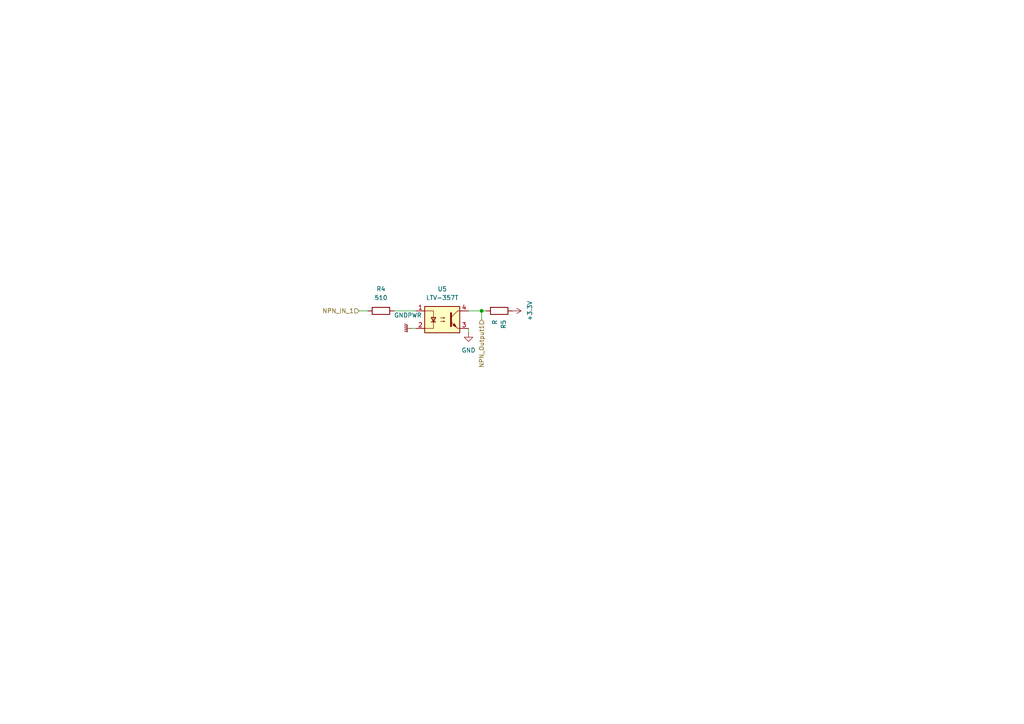
<source format=kicad_sch>
(kicad_sch
	(version 20250114)
	(generator "eeschema")
	(generator_version "9.0")
	(uuid "7efdc362-bb89-49bb-9e12-8599c529ea76")
	(paper "A4")
	(lib_symbols
		(symbol "Device:R"
			(pin_numbers
				(hide yes)
			)
			(pin_names
				(offset 0)
			)
			(exclude_from_sim no)
			(in_bom yes)
			(on_board yes)
			(property "Reference" "R"
				(at 2.032 0 90)
				(effects
					(font
						(size 1.27 1.27)
					)
				)
			)
			(property "Value" "R"
				(at 0 0 90)
				(effects
					(font
						(size 1.27 1.27)
					)
				)
			)
			(property "Footprint" ""
				(at -1.778 0 90)
				(effects
					(font
						(size 1.27 1.27)
					)
					(hide yes)
				)
			)
			(property "Datasheet" "~"
				(at 0 0 0)
				(effects
					(font
						(size 1.27 1.27)
					)
					(hide yes)
				)
			)
			(property "Description" "Resistor"
				(at 0 0 0)
				(effects
					(font
						(size 1.27 1.27)
					)
					(hide yes)
				)
			)
			(property "ki_keywords" "R res resistor"
				(at 0 0 0)
				(effects
					(font
						(size 1.27 1.27)
					)
					(hide yes)
				)
			)
			(property "ki_fp_filters" "R_*"
				(at 0 0 0)
				(effects
					(font
						(size 1.27 1.27)
					)
					(hide yes)
				)
			)
			(symbol "R_0_1"
				(rectangle
					(start -1.016 -2.54)
					(end 1.016 2.54)
					(stroke
						(width 0.254)
						(type default)
					)
					(fill
						(type none)
					)
				)
			)
			(symbol "R_1_1"
				(pin passive line
					(at 0 3.81 270)
					(length 1.27)
					(name "~"
						(effects
							(font
								(size 1.27 1.27)
							)
						)
					)
					(number "1"
						(effects
							(font
								(size 1.27 1.27)
							)
						)
					)
				)
				(pin passive line
					(at 0 -3.81 90)
					(length 1.27)
					(name "~"
						(effects
							(font
								(size 1.27 1.27)
							)
						)
					)
					(number "2"
						(effects
							(font
								(size 1.27 1.27)
							)
						)
					)
				)
			)
			(embedded_fonts no)
		)
		(symbol "Isolator:LTV-357T"
			(pin_names
				(offset 1.016)
			)
			(exclude_from_sim no)
			(in_bom yes)
			(on_board yes)
			(property "Reference" "U"
				(at -5.334 4.826 0)
				(effects
					(font
						(size 1.27 1.27)
					)
					(justify left)
				)
			)
			(property "Value" "LTV-357T"
				(at 0 5.08 0)
				(effects
					(font
						(size 1.27 1.27)
					)
					(justify left)
				)
			)
			(property "Footprint" "Package_SO:SO-4_4.4x3.6mm_P2.54mm"
				(at -5.08 -5.08 0)
				(effects
					(font
						(size 1.27 1.27)
						(italic yes)
					)
					(justify left)
					(hide yes)
				)
			)
			(property "Datasheet" "https://www.buerklin.com/medias/sys_master/download/download/h91/ha0/8892020588574.pdf"
				(at 0 0 0)
				(effects
					(font
						(size 1.27 1.27)
					)
					(justify left)
					(hide yes)
				)
			)
			(property "Description" "DC Optocoupler, Vce 35V, CTR 50%, SO-4"
				(at 0 0 0)
				(effects
					(font
						(size 1.27 1.27)
					)
					(hide yes)
				)
			)
			(property "ki_keywords" "NPN DC Optocoupler"
				(at 0 0 0)
				(effects
					(font
						(size 1.27 1.27)
					)
					(hide yes)
				)
			)
			(property "ki_fp_filters" "SO*4.4x3.6mm*P2.54mm*"
				(at 0 0 0)
				(effects
					(font
						(size 1.27 1.27)
					)
					(hide yes)
				)
			)
			(symbol "LTV-357T_0_1"
				(rectangle
					(start -5.08 3.81)
					(end 5.08 -3.81)
					(stroke
						(width 0.254)
						(type default)
					)
					(fill
						(type background)
					)
				)
				(polyline
					(pts
						(xy -5.08 2.54) (xy -2.54 2.54) (xy -2.54 -0.762)
					)
					(stroke
						(width 0)
						(type default)
					)
					(fill
						(type none)
					)
				)
				(polyline
					(pts
						(xy -3.175 -0.635) (xy -1.905 -0.635)
					)
					(stroke
						(width 0.254)
						(type default)
					)
					(fill
						(type none)
					)
				)
				(polyline
					(pts
						(xy -2.54 -0.635) (xy -2.54 -2.54) (xy -5.08 -2.54)
					)
					(stroke
						(width 0)
						(type default)
					)
					(fill
						(type none)
					)
				)
				(polyline
					(pts
						(xy -2.54 -0.635) (xy -3.175 0.635) (xy -1.905 0.635) (xy -2.54 -0.635)
					)
					(stroke
						(width 0.254)
						(type default)
					)
					(fill
						(type none)
					)
				)
				(polyline
					(pts
						(xy -0.508 0.508) (xy 0.762 0.508) (xy 0.381 0.381) (xy 0.381 0.635) (xy 0.762 0.508)
					)
					(stroke
						(width 0)
						(type default)
					)
					(fill
						(type none)
					)
				)
				(polyline
					(pts
						(xy -0.508 -0.508) (xy 0.762 -0.508) (xy 0.381 -0.635) (xy 0.381 -0.381) (xy 0.762 -0.508)
					)
					(stroke
						(width 0)
						(type default)
					)
					(fill
						(type none)
					)
				)
				(polyline
					(pts
						(xy 2.54 1.905) (xy 2.54 -1.905) (xy 2.54 -1.905)
					)
					(stroke
						(width 0.508)
						(type default)
					)
					(fill
						(type none)
					)
				)
				(polyline
					(pts
						(xy 2.54 0.635) (xy 4.445 2.54)
					)
					(stroke
						(width 0)
						(type default)
					)
					(fill
						(type none)
					)
				)
				(polyline
					(pts
						(xy 3.048 -1.651) (xy 3.556 -1.143) (xy 4.064 -2.159) (xy 3.048 -1.651) (xy 3.048 -1.651)
					)
					(stroke
						(width 0)
						(type default)
					)
					(fill
						(type outline)
					)
				)
				(polyline
					(pts
						(xy 4.445 2.54) (xy 5.08 2.54)
					)
					(stroke
						(width 0)
						(type default)
					)
					(fill
						(type none)
					)
				)
				(polyline
					(pts
						(xy 4.445 -2.54) (xy 2.54 -0.635)
					)
					(stroke
						(width 0)
						(type default)
					)
					(fill
						(type outline)
					)
				)
				(polyline
					(pts
						(xy 4.445 -2.54) (xy 5.08 -2.54)
					)
					(stroke
						(width 0)
						(type default)
					)
					(fill
						(type none)
					)
				)
			)
			(symbol "LTV-357T_1_1"
				(pin passive line
					(at -7.62 2.54 0)
					(length 2.54)
					(name "~"
						(effects
							(font
								(size 1.27 1.27)
							)
						)
					)
					(number "1"
						(effects
							(font
								(size 1.27 1.27)
							)
						)
					)
				)
				(pin passive line
					(at -7.62 -2.54 0)
					(length 2.54)
					(name "~"
						(effects
							(font
								(size 1.27 1.27)
							)
						)
					)
					(number "2"
						(effects
							(font
								(size 1.27 1.27)
							)
						)
					)
				)
				(pin passive line
					(at 7.62 2.54 180)
					(length 2.54)
					(name "~"
						(effects
							(font
								(size 1.27 1.27)
							)
						)
					)
					(number "4"
						(effects
							(font
								(size 1.27 1.27)
							)
						)
					)
				)
				(pin passive line
					(at 7.62 -2.54 180)
					(length 2.54)
					(name "~"
						(effects
							(font
								(size 1.27 1.27)
							)
						)
					)
					(number "3"
						(effects
							(font
								(size 1.27 1.27)
							)
						)
					)
				)
			)
			(embedded_fonts no)
		)
		(symbol "power:+3.3V"
			(power)
			(pin_numbers
				(hide yes)
			)
			(pin_names
				(offset 0)
				(hide yes)
			)
			(exclude_from_sim no)
			(in_bom yes)
			(on_board yes)
			(property "Reference" "#PWR"
				(at 0 -3.81 0)
				(effects
					(font
						(size 1.27 1.27)
					)
					(hide yes)
				)
			)
			(property "Value" "+3.3V"
				(at 0 3.556 0)
				(effects
					(font
						(size 1.27 1.27)
					)
				)
			)
			(property "Footprint" ""
				(at 0 0 0)
				(effects
					(font
						(size 1.27 1.27)
					)
					(hide yes)
				)
			)
			(property "Datasheet" ""
				(at 0 0 0)
				(effects
					(font
						(size 1.27 1.27)
					)
					(hide yes)
				)
			)
			(property "Description" "Power symbol creates a global label with name \"+3.3V\""
				(at 0 0 0)
				(effects
					(font
						(size 1.27 1.27)
					)
					(hide yes)
				)
			)
			(property "ki_keywords" "global power"
				(at 0 0 0)
				(effects
					(font
						(size 1.27 1.27)
					)
					(hide yes)
				)
			)
			(symbol "+3.3V_0_1"
				(polyline
					(pts
						(xy -0.762 1.27) (xy 0 2.54)
					)
					(stroke
						(width 0)
						(type default)
					)
					(fill
						(type none)
					)
				)
				(polyline
					(pts
						(xy 0 2.54) (xy 0.762 1.27)
					)
					(stroke
						(width 0)
						(type default)
					)
					(fill
						(type none)
					)
				)
				(polyline
					(pts
						(xy 0 0) (xy 0 2.54)
					)
					(stroke
						(width 0)
						(type default)
					)
					(fill
						(type none)
					)
				)
			)
			(symbol "+3.3V_1_1"
				(pin power_in line
					(at 0 0 90)
					(length 0)
					(name "~"
						(effects
							(font
								(size 1.27 1.27)
							)
						)
					)
					(number "1"
						(effects
							(font
								(size 1.27 1.27)
							)
						)
					)
				)
			)
			(embedded_fonts no)
		)
		(symbol "power:GND"
			(power)
			(pin_numbers
				(hide yes)
			)
			(pin_names
				(offset 0)
				(hide yes)
			)
			(exclude_from_sim no)
			(in_bom yes)
			(on_board yes)
			(property "Reference" "#PWR"
				(at 0 -6.35 0)
				(effects
					(font
						(size 1.27 1.27)
					)
					(hide yes)
				)
			)
			(property "Value" "GND"
				(at 0 -3.81 0)
				(effects
					(font
						(size 1.27 1.27)
					)
				)
			)
			(property "Footprint" ""
				(at 0 0 0)
				(effects
					(font
						(size 1.27 1.27)
					)
					(hide yes)
				)
			)
			(property "Datasheet" ""
				(at 0 0 0)
				(effects
					(font
						(size 1.27 1.27)
					)
					(hide yes)
				)
			)
			(property "Description" "Power symbol creates a global label with name \"GND\" , ground"
				(at 0 0 0)
				(effects
					(font
						(size 1.27 1.27)
					)
					(hide yes)
				)
			)
			(property "ki_keywords" "global power"
				(at 0 0 0)
				(effects
					(font
						(size 1.27 1.27)
					)
					(hide yes)
				)
			)
			(symbol "GND_0_1"
				(polyline
					(pts
						(xy 0 0) (xy 0 -1.27) (xy 1.27 -1.27) (xy 0 -2.54) (xy -1.27 -1.27) (xy 0 -1.27)
					)
					(stroke
						(width 0)
						(type default)
					)
					(fill
						(type none)
					)
				)
			)
			(symbol "GND_1_1"
				(pin power_in line
					(at 0 0 270)
					(length 0)
					(name "~"
						(effects
							(font
								(size 1.27 1.27)
							)
						)
					)
					(number "1"
						(effects
							(font
								(size 1.27 1.27)
							)
						)
					)
				)
			)
			(embedded_fonts no)
		)
		(symbol "power:GNDPWR"
			(power)
			(pin_numbers
				(hide yes)
			)
			(pin_names
				(offset 0)
				(hide yes)
			)
			(exclude_from_sim no)
			(in_bom yes)
			(on_board yes)
			(property "Reference" "#PWR"
				(at 0 -5.08 0)
				(effects
					(font
						(size 1.27 1.27)
					)
					(hide yes)
				)
			)
			(property "Value" "GNDPWR"
				(at 0 -3.302 0)
				(effects
					(font
						(size 1.27 1.27)
					)
				)
			)
			(property "Footprint" ""
				(at 0 -1.27 0)
				(effects
					(font
						(size 1.27 1.27)
					)
					(hide yes)
				)
			)
			(property "Datasheet" ""
				(at 0 -1.27 0)
				(effects
					(font
						(size 1.27 1.27)
					)
					(hide yes)
				)
			)
			(property "Description" "Power symbol creates a global label with name \"GNDPWR\" , global ground"
				(at 0 0 0)
				(effects
					(font
						(size 1.27 1.27)
					)
					(hide yes)
				)
			)
			(property "ki_keywords" "global ground"
				(at 0 0 0)
				(effects
					(font
						(size 1.27 1.27)
					)
					(hide yes)
				)
			)
			(symbol "GNDPWR_0_1"
				(polyline
					(pts
						(xy -1.016 -1.27) (xy -1.27 -2.032) (xy -1.27 -2.032)
					)
					(stroke
						(width 0.2032)
						(type default)
					)
					(fill
						(type none)
					)
				)
				(polyline
					(pts
						(xy -0.508 -1.27) (xy -0.762 -2.032) (xy -0.762 -2.032)
					)
					(stroke
						(width 0.2032)
						(type default)
					)
					(fill
						(type none)
					)
				)
				(polyline
					(pts
						(xy 0 -1.27) (xy 0 0)
					)
					(stroke
						(width 0)
						(type default)
					)
					(fill
						(type none)
					)
				)
				(polyline
					(pts
						(xy 0 -1.27) (xy -0.254 -2.032) (xy -0.254 -2.032)
					)
					(stroke
						(width 0.2032)
						(type default)
					)
					(fill
						(type none)
					)
				)
				(polyline
					(pts
						(xy 0.508 -1.27) (xy 0.254 -2.032) (xy 0.254 -2.032)
					)
					(stroke
						(width 0.2032)
						(type default)
					)
					(fill
						(type none)
					)
				)
				(polyline
					(pts
						(xy 1.016 -1.27) (xy -1.016 -1.27) (xy -1.016 -1.27)
					)
					(stroke
						(width 0.2032)
						(type default)
					)
					(fill
						(type none)
					)
				)
				(polyline
					(pts
						(xy 1.016 -1.27) (xy 0.762 -2.032) (xy 0.762 -2.032) (xy 0.762 -2.032)
					)
					(stroke
						(width 0.2032)
						(type default)
					)
					(fill
						(type none)
					)
				)
			)
			(symbol "GNDPWR_1_1"
				(pin power_in line
					(at 0 0 270)
					(length 0)
					(name "~"
						(effects
							(font
								(size 1.27 1.27)
							)
						)
					)
					(number "1"
						(effects
							(font
								(size 1.27 1.27)
							)
						)
					)
				)
			)
			(embedded_fonts no)
		)
	)
	(junction
		(at 139.7 90.17)
		(diameter 0)
		(color 0 0 0 0)
		(uuid "8557406a-0e97-48a6-bbba-fa0b37f52dad")
	)
	(wire
		(pts
			(xy 135.89 96.52) (xy 135.89 95.25)
		)
		(stroke
			(width 0)
			(type default)
		)
		(uuid "1863ca83-4cbe-4a06-8ce4-f8f899cb47e9")
	)
	(wire
		(pts
			(xy 135.89 90.17) (xy 139.7 90.17)
		)
		(stroke
			(width 0)
			(type default)
		)
		(uuid "1930bfa6-b368-4906-ad0c-96f3c1ebe656")
	)
	(wire
		(pts
			(xy 119.38 95.25) (xy 120.65 95.25)
		)
		(stroke
			(width 0)
			(type default)
		)
		(uuid "72fc05fb-f3bc-4c51-9719-308697471f80")
	)
	(wire
		(pts
			(xy 114.3 90.17) (xy 120.65 90.17)
		)
		(stroke
			(width 0)
			(type default)
		)
		(uuid "a84a1947-6c21-48d9-873b-6e52f77801f9")
	)
	(wire
		(pts
			(xy 104.14 90.17) (xy 106.68 90.17)
		)
		(stroke
			(width 0)
			(type default)
		)
		(uuid "d2783b0c-f711-43c5-8dc8-d2854e9461fe")
	)
	(wire
		(pts
			(xy 139.7 90.17) (xy 140.97 90.17)
		)
		(stroke
			(width 0)
			(type default)
		)
		(uuid "d6d58561-ce78-4236-9dbd-6119797021d4")
	)
	(wire
		(pts
			(xy 139.7 92.71) (xy 139.7 90.17)
		)
		(stroke
			(width 0)
			(type default)
		)
		(uuid "eafe07b8-76c3-43ca-9191-6158e75342a2")
	)
	(hierarchical_label "NPN_IN_1"
		(shape input)
		(at 104.14 90.17 180)
		(effects
			(font
				(size 1.27 1.27)
			)
			(justify right)
		)
		(uuid "7bf1a91f-93d6-4c40-84fb-0d3071f89775")
	)
	(hierarchical_label "NPN_Output1"
		(shape input)
		(at 139.7 92.71 270)
		(effects
			(font
				(size 1.27 1.27)
			)
			(justify right)
		)
		(uuid "e2844a4b-eb0e-49ce-a252-49694760a569")
	)
	(symbol
		(lib_id "power:GNDPWR")
		(at 119.38 95.25 270)
		(unit 1)
		(exclude_from_sim no)
		(in_bom yes)
		(on_board yes)
		(dnp no)
		(uuid "3caa5aca-b9de-4308-8931-af8754804b91")
		(property "Reference" "#PWR024"
			(at 114.3 95.25 0)
			(effects
				(font
					(size 1.27 1.27)
				)
				(hide yes)
			)
		)
		(property "Value" "GNDPWR"
			(at 118.3132 91.44 90)
			(effects
				(font
					(size 1.27 1.27)
				)
			)
		)
		(property "Footprint" ""
			(at 118.11 95.25 0)
			(effects
				(font
					(size 1.27 1.27)
				)
				(hide yes)
			)
		)
		(property "Datasheet" ""
			(at 118.11 95.25 0)
			(effects
				(font
					(size 1.27 1.27)
				)
				(hide yes)
			)
		)
		(property "Description" "Power symbol creates a global label with name \"GNDPWR\" , global ground"
			(at 119.38 95.25 0)
			(effects
				(font
					(size 1.27 1.27)
				)
				(hide yes)
			)
		)
		(pin "1"
			(uuid "a0e3d514-d904-456e-aa64-6fc498db7cb9")
		)
		(instances
			(project ""
				(path "/8290cc18-06d0-4e02-a781-29a61ebc321a/9e4d7a0c-a5eb-4e88-9036-0c35e68b279a/d622ea12-fe2d-4cf1-abd0-941db96d5f54"
					(reference "#PWR024")
					(unit 1)
				)
			)
		)
	)
	(symbol
		(lib_id "power:GND")
		(at 135.89 96.52 0)
		(unit 1)
		(exclude_from_sim no)
		(in_bom yes)
		(on_board yes)
		(dnp no)
		(fields_autoplaced yes)
		(uuid "54c0ad1a-953e-4579-9b77-ae2c5309bfc3")
		(property "Reference" "#PWR025"
			(at 135.89 102.87 0)
			(effects
				(font
					(size 1.27 1.27)
				)
				(hide yes)
			)
		)
		(property "Value" "GND"
			(at 135.89 101.6 0)
			(effects
				(font
					(size 1.27 1.27)
				)
			)
		)
		(property "Footprint" ""
			(at 135.89 96.52 0)
			(effects
				(font
					(size 1.27 1.27)
				)
				(hide yes)
			)
		)
		(property "Datasheet" ""
			(at 135.89 96.52 0)
			(effects
				(font
					(size 1.27 1.27)
				)
				(hide yes)
			)
		)
		(property "Description" "Power symbol creates a global label with name \"GND\" , ground"
			(at 135.89 96.52 0)
			(effects
				(font
					(size 1.27 1.27)
				)
				(hide yes)
			)
		)
		(pin "1"
			(uuid "2a626e71-ed6b-4080-ad16-8fa1ab53b5bb")
		)
		(instances
			(project ""
				(path "/8290cc18-06d0-4e02-a781-29a61ebc321a/9e4d7a0c-a5eb-4e88-9036-0c35e68b279a/d622ea12-fe2d-4cf1-abd0-941db96d5f54"
					(reference "#PWR025")
					(unit 1)
				)
			)
		)
	)
	(symbol
		(lib_id "Device:R")
		(at 144.78 90.17 90)
		(unit 1)
		(exclude_from_sim no)
		(in_bom yes)
		(on_board yes)
		(dnp no)
		(fields_autoplaced yes)
		(uuid "a5b64f97-30fc-42b9-b5c2-9ab9975ec60f")
		(property "Reference" "R5"
			(at 146.0501 92.71 0)
			(effects
				(font
					(size 1.27 1.27)
				)
				(justify right)
			)
		)
		(property "Value" "R"
			(at 143.5101 92.71 0)
			(effects
				(font
					(size 1.27 1.27)
				)
				(justify right)
			)
		)
		(property "Footprint" ""
			(at 144.78 91.948 90)
			(effects
				(font
					(size 1.27 1.27)
				)
				(hide yes)
			)
		)
		(property "Datasheet" "~"
			(at 144.78 90.17 0)
			(effects
				(font
					(size 1.27 1.27)
				)
				(hide yes)
			)
		)
		(property "Description" "Resistor"
			(at 144.78 90.17 0)
			(effects
				(font
					(size 1.27 1.27)
				)
				(hide yes)
			)
		)
		(pin "1"
			(uuid "71b2f31e-b029-4137-a12c-52ed1d141184")
		)
		(pin "2"
			(uuid "d4a32713-fd2e-4fb2-ab68-fe0ea86c3d06")
		)
		(instances
			(project "NIVARA"
				(path "/8290cc18-06d0-4e02-a781-29a61ebc321a/9e4d7a0c-a5eb-4e88-9036-0c35e68b279a/d622ea12-fe2d-4cf1-abd0-941db96d5f54"
					(reference "R5")
					(unit 1)
				)
			)
		)
	)
	(symbol
		(lib_id "Isolator:LTV-357T")
		(at 128.27 92.71 0)
		(unit 1)
		(exclude_from_sim no)
		(in_bom yes)
		(on_board yes)
		(dnp no)
		(fields_autoplaced yes)
		(uuid "b2fa5c26-bbd3-4db2-b952-f1ca26024f3a")
		(property "Reference" "U5"
			(at 128.27 83.82 0)
			(effects
				(font
					(size 1.27 1.27)
				)
			)
		)
		(property "Value" "LTV-357T"
			(at 128.27 86.36 0)
			(effects
				(font
					(size 1.27 1.27)
				)
			)
		)
		(property "Footprint" "Package_SO:SO-4_4.4x3.6mm_P2.54mm"
			(at 123.19 97.79 0)
			(effects
				(font
					(size 1.27 1.27)
					(italic yes)
				)
				(justify left)
				(hide yes)
			)
		)
		(property "Datasheet" "https://www.buerklin.com/medias/sys_master/download/download/h91/ha0/8892020588574.pdf"
			(at 128.27 92.71 0)
			(effects
				(font
					(size 1.27 1.27)
				)
				(justify left)
				(hide yes)
			)
		)
		(property "Description" "DC Optocoupler, Vce 35V, CTR 50%, SO-4"
			(at 128.27 92.71 0)
			(effects
				(font
					(size 1.27 1.27)
				)
				(hide yes)
			)
		)
		(pin "3"
			(uuid "ab8d360a-f633-40af-9969-d4883855c2bd")
		)
		(pin "1"
			(uuid "8754f9a7-9475-417b-bffc-882c0be13633")
		)
		(pin "2"
			(uuid "67b1de86-4693-4e2e-9a7d-926f09b1808d")
		)
		(pin "4"
			(uuid "a65d295f-be25-45dd-87a9-c6cc4160e1af")
		)
		(instances
			(project ""
				(path "/8290cc18-06d0-4e02-a781-29a61ebc321a/9e4d7a0c-a5eb-4e88-9036-0c35e68b279a/d622ea12-fe2d-4cf1-abd0-941db96d5f54"
					(reference "U5")
					(unit 1)
				)
			)
		)
	)
	(symbol
		(lib_id "power:+3.3V")
		(at 148.59 90.17 270)
		(unit 1)
		(exclude_from_sim no)
		(in_bom yes)
		(on_board yes)
		(dnp no)
		(fields_autoplaced yes)
		(uuid "b6525b2a-8a76-4403-bb42-8a032ac5046a")
		(property "Reference" "#PWR023"
			(at 144.78 90.17 0)
			(effects
				(font
					(size 1.27 1.27)
				)
				(hide yes)
			)
		)
		(property "Value" "+3.3V"
			(at 153.67 90.17 0)
			(effects
				(font
					(size 1.27 1.27)
				)
			)
		)
		(property "Footprint" ""
			(at 148.59 90.17 0)
			(effects
				(font
					(size 1.27 1.27)
				)
				(hide yes)
			)
		)
		(property "Datasheet" ""
			(at 148.59 90.17 0)
			(effects
				(font
					(size 1.27 1.27)
				)
				(hide yes)
			)
		)
		(property "Description" "Power symbol creates a global label with name \"+3.3V\""
			(at 148.59 90.17 0)
			(effects
				(font
					(size 1.27 1.27)
				)
				(hide yes)
			)
		)
		(pin "1"
			(uuid "b27422be-5aaa-4ae9-87db-815e9f444f2a")
		)
		(instances
			(project ""
				(path "/8290cc18-06d0-4e02-a781-29a61ebc321a/9e4d7a0c-a5eb-4e88-9036-0c35e68b279a/d622ea12-fe2d-4cf1-abd0-941db96d5f54"
					(reference "#PWR023")
					(unit 1)
				)
			)
		)
	)
	(symbol
		(lib_id "Device:R")
		(at 110.49 90.17 90)
		(unit 1)
		(exclude_from_sim no)
		(in_bom yes)
		(on_board yes)
		(dnp no)
		(fields_autoplaced yes)
		(uuid "ca3c2ca2-e507-4035-af88-cc947bab56e2")
		(property "Reference" "R4"
			(at 110.49 83.82 90)
			(effects
				(font
					(size 1.27 1.27)
				)
			)
		)
		(property "Value" "510"
			(at 110.49 86.36 90)
			(effects
				(font
					(size 1.27 1.27)
				)
			)
		)
		(property "Footprint" "Resistor_SMD:R_0603_1608Metric"
			(at 110.49 91.948 90)
			(effects
				(font
					(size 1.27 1.27)
				)
				(hide yes)
			)
		)
		(property "Datasheet" "~"
			(at 110.49 90.17 0)
			(effects
				(font
					(size 1.27 1.27)
				)
				(hide yes)
			)
		)
		(property "Description" "Resistor"
			(at 110.49 90.17 0)
			(effects
				(font
					(size 1.27 1.27)
				)
				(hide yes)
			)
		)
		(property "LCSC#" "C114670"
			(at 110.49 90.17 90)
			(effects
				(font
					(size 1.27 1.27)
				)
				(hide yes)
			)
		)
		(pin "1"
			(uuid "33954fea-592d-4733-8e64-ef2cfc95fc95")
		)
		(pin "2"
			(uuid "cb635dd4-007e-41fb-824a-b7131950372b")
		)
		(instances
			(project ""
				(path "/8290cc18-06d0-4e02-a781-29a61ebc321a/9e4d7a0c-a5eb-4e88-9036-0c35e68b279a/d622ea12-fe2d-4cf1-abd0-941db96d5f54"
					(reference "R4")
					(unit 1)
				)
			)
		)
	)
)

</source>
